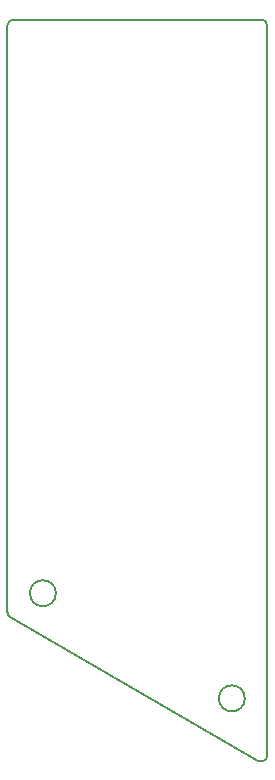
<source format=gm1>
G04 #@! TF.GenerationSoftware,KiCad,Pcbnew,8.0.6+1*
G04 #@! TF.CreationDate,2024-11-30T16:17:36+00:00*
G04 #@! TF.ProjectId,controller_overlay,636f6e74-726f-46c6-9c65-725f6f766572,0.2*
G04 #@! TF.SameCoordinates,Original*
G04 #@! TF.FileFunction,Profile,NP*
%FSLAX46Y46*%
G04 Gerber Fmt 4.6, Leading zero omitted, Abs format (unit mm)*
G04 Created by KiCad (PCBNEW 8.0.6+1) date 2024-11-30 16:17:36*
%MOMM*%
%LPD*%
G01*
G04 APERTURE LIST*
G04 #@! TA.AperFunction,Profile*
%ADD10C,0.150000*%
G04 #@! TD*
G04 APERTURE END LIST*
D10*
X182000000Y-109308483D02*
X182000000Y-59625000D01*
X182500000Y-59125000D02*
X203500000Y-59125000D01*
X204000000Y-59625000D02*
X204000000Y-121432838D01*
X203250000Y-121865851D02*
X182250000Y-109741495D01*
X182000000Y-59625000D02*
G75*
G02*
X182500000Y-59125000I500000J0D01*
G01*
X203500000Y-59125000D02*
G75*
G02*
X204000000Y-59625000I0J-500000D01*
G01*
X204000000Y-121432838D02*
G75*
G02*
X203249877Y-121866063I-500000J-283D01*
G01*
X182250000Y-109741495D02*
G75*
G02*
X182000015Y-109308483I250000J432995D01*
G01*
X186100000Y-107700000D02*
G75*
G02*
X183900000Y-107700000I-1100000J0D01*
G01*
X183900000Y-107700000D02*
G75*
G02*
X186100000Y-107700000I1100000J0D01*
G01*
X202100000Y-116600000D02*
G75*
G02*
X199900000Y-116600000I-1100000J0D01*
G01*
X199900000Y-116600000D02*
G75*
G02*
X202100000Y-116600000I1100000J0D01*
G01*
M02*

</source>
